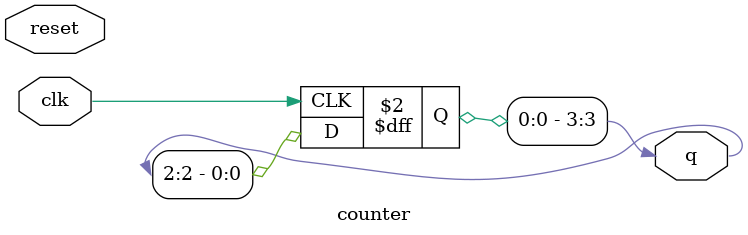
<source format=v>
module counter( 
    input clk,
    input reset,
    output reg [3:0] q
); 
// update q on the positive edge of the clock according to the following cases:
// on reset, assign q to 1
// else if q is 12, assign q to 1
// else, increment q by 1 
always @ ( posedge clk )
begin
  q[3] <= q[2]; // q[2] means clk
end 
endmodule

</source>
